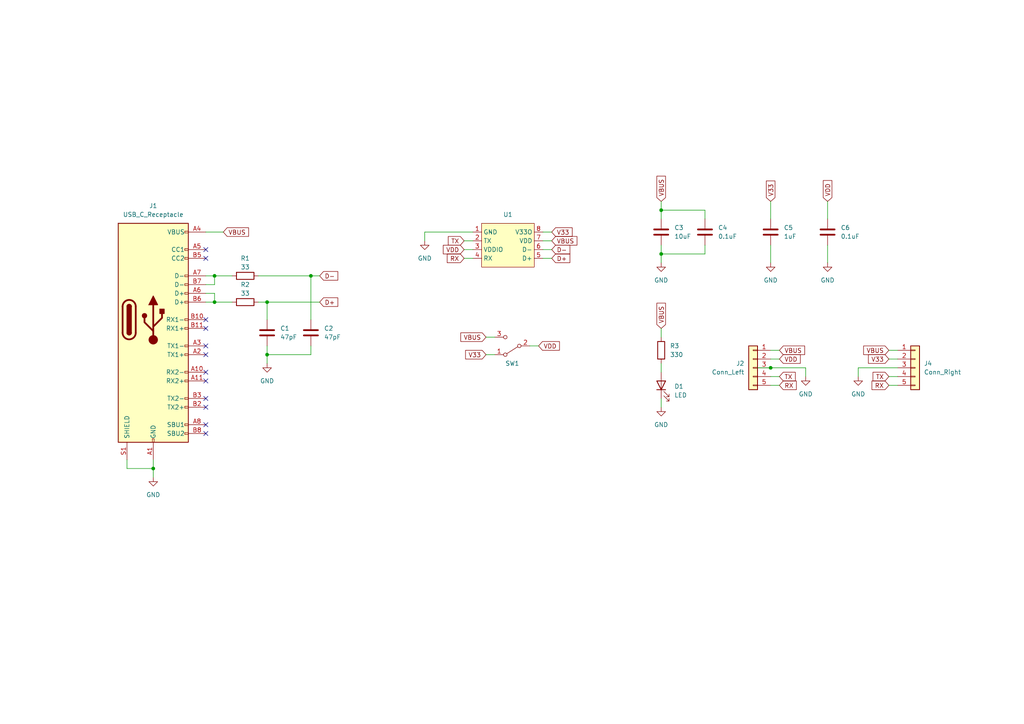
<source format=kicad_sch>
(kicad_sch (version 20230121) (generator eeschema)
  (paper "A4")
  (lib_symbols
    (symbol "Connector:USB_C_Receptacle" (pin_names (offset 1.016))
      (property "Reference" "J" (at -10.16 29.21 0))
      (property "Value" "USB_C_Receptacle" (at 10.16 29.21 0))
      (symbol "USB_C_Receptacle_0_0"
        (rectangle (start -0.254 -35.56) (end 0.254 -34.544))
        (rectangle (start 10.16 -32.766) (end 9.144 -33.274))
        (rectangle (start 10.16 -30.226) (end 9.144 -30.734))
        (rectangle (start 10.16 -25.146) (end 9.144 -25.654))
        (rectangle (start 10.16 -22.606) (end 9.144 -23.114))
        (rectangle (start 10.16 -17.526) (end 9.144 -18.034))
        (rectangle (start 10.16 -14.986) (end 9.144 -15.494))
        (rectangle (start 10.16 -9.906) (end 9.144 -10.414))
        (rectangle (start 10.16 -7.366) (end 9.144 -7.874))
        (rectangle (start 10.16 -2.286) (end 9.144 -2.794))
        (rectangle (start 10.16 0.254) (end 9.144 -0.254))
        (rectangle (start 10.16 5.334) (end 9.144 4.826))
        (rectangle (start 10.16 7.874) (end 9.144 7.366))
        (rectangle (start 10.16 10.414) (end 9.144 9.906))
        (rectangle (start 10.16 12.954) (end 9.144 12.446))
        (rectangle (start 10.16 18.034) (end 9.144 17.526))
        (rectangle (start 10.16 20.574) (end 9.144 20.066))
        (rectangle (start 10.16 25.654) (end 9.144 25.146))
      )
      (symbol "USB_C_Receptacle_0_1"
        (rectangle (start -10.16 27.94) (end 10.16 -35.56) (stroke (width 0.254)) (fill (type background)))
        (arc (start -8.89 -3.81) (mid -6.985 -5.7067) (end -5.08 -3.81) (stroke (width 0.508)))
        (arc (start -7.62 -3.81) (mid -6.985 -4.4423) (end -6.35 -3.81) (stroke (width 0.254)))
        (arc (start -7.62 -3.81) (mid -6.985 -4.4423) (end -6.35 -3.81) (stroke (width 0.254)) (fill (type outline)))
        (rectangle (start -7.62 -3.81) (end -6.35 3.81) (stroke (width 0.254)) (fill (type outline)))
        (arc (start -6.35 3.81) (mid -6.985 4.4423) (end -7.62 3.81) (stroke (width 0.254)))
        (arc (start -6.35 3.81) (mid -6.985 4.4423) (end -7.62 3.81) (stroke (width 0.254)) (fill (type outline)))
        (arc (start -5.08 3.81) (mid -6.985 5.7067) (end -8.89 3.81) (stroke (width 0.508)))
        (polyline (pts (xy -8.89 -3.81) (xy -8.89 3.81)) (stroke (width 0.508)))
        (polyline (pts (xy -5.08 3.81) (xy -5.08 -3.81)) (stroke (width 0.508)))
      )
      (symbol "USB_C_Receptacle_1_1"
        (circle (center -2.54 1.143) (radius 0.635) (stroke (width 0.254)) (fill (type outline)))
        (circle (center 0 -5.842) (radius 1.27) (fill (type outline)))
        (polyline (pts (xy 0 -5.842) (xy 0 4.318)) (stroke (width 0.508)))
        (polyline (pts (xy 0 -3.302) (xy -2.54 -0.762) (xy -2.54 0.508)) (stroke (width 0.508)))
        (polyline (pts (xy 0 -2.032) (xy 2.54 0.508) (xy 2.54 1.778)) (stroke (width 0.508)))
        (polyline (pts (xy -1.27 4.318) (xy 0 6.858) (xy 1.27 4.318) (xy -1.27 4.318)) (stroke (width 0.254)) (fill (type outline)))
        (rectangle (start 1.905 1.778) (end 3.175 3.048) (stroke (width 0.254)) (fill (type outline)))
        (pin passive line (at 0 -40.64 90) (length 5.08) (name "GND") (number "A1"))
        (pin bidirectional line (at 15.24 -15.24 180) (length 5.08) (name "RX2-") (number "A10"))
        (pin bidirectional line (at 15.24 -17.78 180) (length 5.08) (name "RX2+") (number "A11"))
        (pin passive line (at 0 -40.64 90) (length 5.08) hide (name "GND") (number "A12"))
        (pin bidirectional line (at 15.24 -10.16 180) (length 5.08) (name "TX1+") (number "A2"))
        (pin bidirectional line (at 15.24 -7.62 180) (length 5.08) (name "TX1-") (number "A3"))
        (pin passive line (at 15.24 25.4 180) (length 5.08) (name "VBUS") (number "A4"))
        (pin bidirectional line (at 15.24 20.32 180) (length 5.08) (name "CC1") (number "A5"))
        (pin bidirectional line (at 15.24 7.62 180) (length 5.08) (name "D+") (number "A6"))
        (pin bidirectional line (at 15.24 12.7 180) (length 5.08) (name "D-") (number "A7"))
        (pin bidirectional line (at 15.24 -30.48 180) (length 5.08) (name "SBU1") (number "A8"))
        (pin passive line (at 15.24 25.4 180) (length 5.08) hide (name "VBUS") (number "A9"))
        (pin passive line (at 0 -40.64 90) (length 5.08) hide (name "GND") (number "B1"))
        (pin bidirectional line (at 15.24 0 180) (length 5.08) (name "RX1-") (number "B10"))
        (pin bidirectional line (at 15.24 -2.54 180) (length 5.08) (name "RX1+") (number "B11"))
        (pin passive line (at 0 -40.64 90) (length 5.08) hide (name "GND") (number "B12"))
        (pin bidirectional line (at 15.24 -25.4 180) (length 5.08) (name "TX2+") (number "B2"))
        (pin bidirectional line (at 15.24 -22.86 180) (length 5.08) (name "TX2-") (number "B3"))
        (pin passive line (at 15.24 25.4 180) (length 5.08) hide (name "VBUS") (number "B4"))
        (pin bidirectional line (at 15.24 17.78 180) (length 5.08) (name "CC2") (number "B5"))
        (pin bidirectional line (at 15.24 5.08 180) (length 5.08) (name "D+") (number "B6"))
        (pin bidirectional line (at 15.24 10.16 180) (length 5.08) (name "D-") (number "B7"))
        (pin bidirectional line (at 15.24 -33.02 180) (length 5.08) (name "SBU2") (number "B8"))
        (pin passive line (at 15.24 25.4 180) (length 5.08) hide (name "VBUS") (number "B9"))
        (pin passive line (at -7.62 -40.64 90) (length 5.08) (name "SHIELD") (number "S1"))
      )
    )
    (symbol "Connector_Generic:Conn_01x05" (pin_names (offset 1.016) hide)
      (property "Reference" "J" (at 0 7.62 0))
      (property "Value" "Conn_01x05" (at 0 -7.62 0))
      (symbol "Conn_01x05_1_1"
        (rectangle (start -1.27 -4.953) (end 0 -5.207) (stroke (width 0.1524)))
        (rectangle (start -1.27 -2.413) (end 0 -2.667) (stroke (width 0.1524)))
        (rectangle (start -1.27 0.127) (end 0 -0.127) (stroke (width 0.1524)))
        (rectangle (start -1.27 2.667) (end 0 2.413) (stroke (width 0.1524)))
        (rectangle (start -1.27 5.207) (end 0 4.953) (stroke (width 0.1524)))
        (rectangle (start -1.27 6.35) (end 1.27 -6.35) (stroke (width 0.254)) (fill (type background)))
        (pin passive line (at -5.08 5.08 0) (length 3.81) (name "Pin_1") (number "1"))
        (pin passive line (at -5.08 2.54 0) (length 3.81) (name "Pin_2") (number "2"))
        (pin passive line (at -5.08 0 0) (length 3.81) (name "Pin_3") (number "3"))
        (pin passive line (at -5.08 -2.54 0) (length 3.81) (name "Pin_4") (number "4"))
        (pin passive line (at -5.08 -5.08 0) (length 3.81) (name "Pin_5") (number "5"))
      )
    )
    (symbol "Device:C" (pin_numbers hide) (pin_names (offset 0.254))
      (property "Reference" "C" (at 0.635 2.54 0))
      (property "Value" "C" (at 0.635 -2.54 0))
      (symbol "C_0_1"
        (polyline (pts (xy -2.032 -0.762) (xy 2.032 -0.762)) (stroke (width 0.508)))
        (polyline (pts (xy -2.032 0.762) (xy 2.032 0.762)) (stroke (width 0.508)))
      )
      (symbol "C_1_1"
        (pin passive line (at 0 3.81 270) (length 2.794) (name "~") (number "1"))
        (pin passive line (at 0 -3.81 90) (length 2.794) (name "~") (number "2"))
      )
    )
    (symbol "Device:LED" (pin_numbers hide) (pin_names (offset 1.016) hide)
      (property "Reference" "D" (at 0 2.54 0))
      (property "Value" "LED" (at 0 -2.54 0))
      (symbol "LED_0_1"
        (polyline (pts (xy -1.27 -1.27) (xy -1.27 1.27)) (stroke (width 0.254)))
        (polyline (pts (xy -1.27 0) (xy 1.27 0)))
        (polyline (pts (xy 1.27 -1.27) (xy 1.27 1.27) (xy -1.27 0) (xy 1.27 -1.27)) (stroke (width 0.254)))
        (polyline (pts (xy -3.048 -0.762) (xy -4.572 -2.286) (xy -3.81 -2.286) (xy -4.572 -2.286) (xy -4.572 -1.524)))
        (polyline (pts (xy -1.778 -0.762) (xy -3.302 -2.286) (xy -2.54 -2.286) (xy -3.302 -2.286) (xy -3.302 -1.524)))
      )
      (symbol "LED_1_1"
        (pin passive line (at -3.81 0 0) (length 2.54) (name "K") (number "1"))
        (pin passive line (at 3.81 0 180) (length 2.54) (name "A") (number "2"))
      )
    )
    (symbol "Device:R" (pin_numbers hide) (pin_names (offset 0))
      (property "Reference" "R" (at 2.032 0 90))
      (property "Value" "R" (at 0 0 90))
      (symbol "R_0_1"
        (rectangle (start -1.016 -2.54) (end 1.016 2.54) (stroke (width 0.254)))
      )
      (symbol "R_1_1"
        (pin passive line (at 0 3.81 270) (length 1.27) (name "~") (number "1"))
        (pin passive line (at 0 -3.81 90) (length 1.27) (name "~") (number "2"))
      )
    )
    (symbol "Switch:SW_SPDT" (pin_names (offset 0) hide)
      (property "Reference" "SW" (at 0 4.318 0))
      (property "Value" "SW_SPDT" (at 0 -5.08 0))
      (symbol "SW_SPDT_0_0"
        (circle (center -2.032 0) (radius 0.508))
        (circle (center 2.032 -2.54) (radius 0.508))
      )
      (symbol "SW_SPDT_0_1"
        (polyline (pts (xy -1.524 0.254) (xy 1.651 2.286)))
        (circle (center 2.032 2.54) (radius 0.508))
      )
      (symbol "SW_SPDT_1_1"
        (pin passive line (at 5.08 2.54 180) (length 2.54) (name "A") (number "1"))
        (pin passive line (at -5.08 0 0) (length 2.54) (name "B") (number "2"))
        (pin passive line (at 5.08 -2.54 180) (length 2.54) (name "C") (number "3"))
      )
    )
    (symbol "components_local:HT42B534"
      (property "Reference" "U" (at 0 0 0))
      (symbol "HT42B534_1_1"
        (rectangle (start -7.62 6.35) (end 7.62 -6.35) (fill (type background)))
        (pin bidirectional line (at -10.16 3.81 0) (length 2.54) (name "GND") (number "1"))
        (pin bidirectional line (at -10.16 1.27 0) (length 2.54) (name "TX") (number "2"))
        (pin bidirectional line (at -10.16 -1.27 0) (length 2.54) (name "VDDIO") (number "3"))
        (pin bidirectional line (at -10.16 -3.81 0) (length 2.54) (name "RX") (number "4"))
        (pin bidirectional line (at 10.16 -3.81 180) (length 2.54) (name "D+") (number "5"))
        (pin bidirectional line (at 10.16 -1.27 180) (length 2.54) (name "D-") (number "6"))
        (pin bidirectional line (at 10.16 1.27 180) (length 2.54) (name "VDD") (number "7"))
        (pin bidirectional line (at 10.16 3.81 180) (length 2.54) (name "V33O") (number "8"))
      )
    )
    (symbol "power:GND" (power) (pin_names (offset 0))
      (property "Value" "GND" (at 0 -3.81 0))
      (symbol "GND_0_1"
        (polyline (pts (xy 0 0) (xy 0 -1.27) (xy 1.27 -1.27) (xy 0 -2.54) (xy -1.27 -1.27) (xy 0 -1.27)))
      )
      (symbol "GND_1_1"
        (pin power_in line (at 0 0 270) (length 0) hide (name "GND") (number "1"))
      )
    )
  )
  (junction (at 62.23 80.01))
  (junction (at 223.52 106.68))
  (junction (at 62.23 87.63))
  (junction (at 77.47 102.87))
  (junction (at 77.47 87.63))
  (junction (at 90.17 80.01))
  (junction (at 44.45 135.89))
  (junction (at 191.77 73.66))
  (junction (at 191.77 60.96))
  (no_connect (at 59.69 123.19))
  (no_connect (at 59.69 102.87))
  (no_connect (at 59.69 110.49))
  (no_connect (at 59.69 95.25))
  (no_connect (at 59.69 118.11))
  (no_connect (at 59.69 92.71))
  (no_connect (at 59.69 74.93))
  (no_connect (at 59.69 115.57))
  (no_connect (at 59.69 107.95))
  (no_connect (at 59.69 100.33))
  (no_connect (at 59.69 72.39))
  (no_connect (at 59.69 125.73))
  (wire (pts (xy 157.48 69.85) (xy 160.02 69.85)))
  (wire (pts (xy 77.47 102.87) (xy 77.47 105.41)))
  (wire (pts (xy 36.83 133.35) (xy 36.83 135.89)))
  (wire (pts (xy 157.48 74.93) (xy 160.02 74.93)))
  (wire (pts (xy 134.62 72.39) (xy 137.16 72.39)))
  (wire (pts (xy 223.52 109.22) (xy 226.06 109.22)))
  (wire (pts (xy 59.69 82.55) (xy 62.23 82.55)))
  (wire (pts (xy 223.52 104.14) (xy 226.06 104.14)))
  (wire (pts (xy 257.81 109.22) (xy 260.35 109.22)))
  (wire (pts (xy 44.45 133.35) (xy 44.45 135.89)))
  (wire (pts (xy 223.52 71.12) (xy 223.52 76.2)))
  (wire (pts (xy 191.77 58.42) (xy 191.77 60.96)))
  (wire (pts (xy 223.52 101.6) (xy 226.06 101.6)))
  (wire (pts (xy 59.69 87.63) (xy 62.23 87.63)))
  (wire (pts (xy 240.03 71.12) (xy 240.03 76.2)))
  (wire (pts (xy 233.68 106.68) (xy 233.68 109.22)))
  (wire (pts (xy 77.47 87.63) (xy 92.71 87.63)))
  (wire (pts (xy 143.51 102.87) (xy 140.97 102.87)))
  (wire (pts (xy 77.47 87.63) (xy 77.47 92.71)))
  (wire (pts (xy 191.77 105.41) (xy 191.77 107.95)))
  (wire (pts (xy 62.23 85.09) (xy 62.23 87.63)))
  (wire (pts (xy 134.62 74.93) (xy 137.16 74.93)))
  (wire (pts (xy 204.47 60.96) (xy 204.47 63.5)))
  (wire (pts (xy 59.69 67.31) (xy 64.77 67.31)))
  (wire (pts (xy 191.77 73.66) (xy 191.77 76.2)))
  (wire (pts (xy 134.62 69.85) (xy 137.16 69.85)))
  (wire (pts (xy 90.17 80.01) (xy 92.71 80.01)))
  (wire (pts (xy 62.23 87.63) (xy 67.31 87.63)))
  (wire (pts (xy 191.77 95.25) (xy 191.77 97.79)))
  (wire (pts (xy 248.92 106.68) (xy 248.92 109.22)))
  (wire (pts (xy 77.47 100.33) (xy 77.47 102.87)))
  (wire (pts (xy 223.52 58.42) (xy 223.52 63.5)))
  (wire (pts (xy 123.19 67.31) (xy 123.19 69.85)))
  (wire (pts (xy 36.83 135.89) (xy 44.45 135.89)))
  (wire (pts (xy 157.48 72.39) (xy 160.02 72.39)))
  (wire (pts (xy 257.81 111.76) (xy 260.35 111.76)))
  (wire (pts (xy 248.92 106.68) (xy 260.35 106.68)))
  (wire (pts (xy 62.23 82.55) (xy 62.23 80.01)))
  (wire (pts (xy 77.47 87.63) (xy 74.93 87.63)))
  (wire (pts (xy 157.48 67.31) (xy 160.02 67.31)))
  (wire (pts (xy 59.69 85.09) (xy 62.23 85.09)))
  (wire (pts (xy 62.23 80.01) (xy 67.31 80.01)))
  (wire (pts (xy 59.69 80.01) (xy 62.23 80.01)))
  (wire (pts (xy 137.16 67.31) (xy 123.19 67.31)))
  (wire (pts (xy 90.17 102.87) (xy 90.17 100.33)))
  (wire (pts (xy 191.77 60.96) (xy 191.77 63.5)))
  (wire (pts (xy 44.45 135.89) (xy 44.45 138.43)))
  (wire (pts (xy 191.77 115.57) (xy 191.77 118.11)))
  (wire (pts (xy 77.47 102.87) (xy 90.17 102.87)))
  (wire (pts (xy 90.17 80.01) (xy 90.17 92.71)))
  (wire (pts (xy 257.81 104.14) (xy 260.35 104.14)))
  (wire (pts (xy 143.51 97.79) (xy 140.97 97.79)))
  (wire (pts (xy 156.21 100.33) (xy 153.67 100.33)))
  (wire (pts (xy 191.77 71.12) (xy 191.77 73.66)))
  (wire (pts (xy 219.71 106.68) (xy 223.52 106.68)))
  (wire (pts (xy 191.77 60.96) (xy 204.47 60.96)))
  (wire (pts (xy 240.03 58.42) (xy 240.03 63.5)))
  (wire (pts (xy 204.47 73.66) (xy 204.47 71.12)))
  (wire (pts (xy 257.81 101.6) (xy 260.35 101.6)))
  (wire (pts (xy 223.52 111.76) (xy 226.06 111.76)))
  (wire (pts (xy 74.93 80.01) (xy 90.17 80.01)))
  (wire (pts (xy 223.52 106.68) (xy 233.68 106.68)))
  (wire (pts (xy 191.77 73.66) (xy 204.47 73.66)))
  (global_label "VBUS" (shape input) (at 257.81 101.6 180) (property "Intersheetrefs" "${INTERSHEET_REFS}" (effects hide)))
  (global_label "D-" (shape input) (at 92.71 80.01 0) (property "Intersheetrefs" "${INTERSHEET_REFS}" (effects hide)))
  (global_label "VBUS" (shape input) (at 160.02 69.85 0) (property "Intersheetrefs" "${INTERSHEET_REFS}" (effects hide)))
  (global_label "VBUS" (shape input) (at 191.77 95.25 90) (property "Intersheetrefs" "${INTERSHEET_REFS}" (effects hide)))
  (global_label "VDD" (shape input) (at 156.21 100.33 0) (property "Intersheetrefs" "${INTERSHEET_REFS}" (effects hide)))
  (global_label "RX" (shape input) (at 226.06 111.76 0) (property "Intersheetrefs" "${INTERSHEET_REFS}" (effects hide)))
  (global_label "D-" (shape input) (at 160.02 72.39 0) (property "Intersheetrefs" "${INTERSHEET_REFS}" (effects hide)))
  (global_label "RX" (shape input) (at 257.81 111.76 180) (property "Intersheetrefs" "${INTERSHEET_REFS}" (effects hide)))
  (global_label "VDD" (shape input) (at 240.03 58.42 90) (property "Intersheetrefs" "${INTERSHEET_REFS}" (effects hide)))
  (global_label "V33" (shape input) (at 140.97 102.87 180) (property "Intersheetrefs" "${INTERSHEET_REFS}" (effects hide)))
  (global_label "TX" (shape input) (at 257.81 109.22 180) (property "Intersheetrefs" "${INTERSHEET_REFS}" (effects hide)))
  (global_label "V33" (shape input) (at 257.81 104.14 180) (property "Intersheetrefs" "${INTERSHEET_REFS}" (effects hide)))
  (global_label "TX" (shape input) (at 226.06 109.22 0) (property "Intersheetrefs" "${INTERSHEET_REFS}" (effects hide)))
  (global_label "VBUS" (shape input) (at 140.97 97.79 180) (property "Intersheetrefs" "${INTERSHEET_REFS}" (effects hide)))
  (global_label "VBUS" (shape input) (at 226.06 101.6 0) (property "Intersheetrefs" "${INTERSHEET_REFS}" (effects hide)))
  (global_label "V33" (shape input) (at 223.52 58.42 90) (property "Intersheetrefs" "${INTERSHEET_REFS}" (effects hide)))
  (global_label "D+" (shape input) (at 160.02 74.93 0) (property "Intersheetrefs" "${INTERSHEET_REFS}" (effects hide)))
  (global_label "VDD" (shape input) (at 134.62 72.39 180) (property "Intersheetrefs" "${INTERSHEET_REFS}" (effects hide)))
  (global_label "VBUS" (shape input) (at 64.77 67.31 0) (property "Intersheetrefs" "${INTERSHEET_REFS}" (effects hide)))
  (global_label "RX" (shape input) (at 134.62 74.93 180) (property "Intersheetrefs" "${INTERSHEET_REFS}" (effects hide)))
  (global_label "VBUS" (shape input) (at 191.77 58.42 90) (property "Intersheetrefs" "${INTERSHEET_REFS}" (effects hide)))
  (global_label "D+" (shape input) (at 92.71 87.63 0) (property "Intersheetrefs" "${INTERSHEET_REFS}" (effects hide)))
  (global_label "VDD" (shape input) (at 226.06 104.14 0) (property "Intersheetrefs" "${INTERSHEET_REFS}" (effects hide)))
  (global_label "V33" (shape input) (at 160.02 67.31 0) (property "Intersheetrefs" "${INTERSHEET_REFS}" (effects hide)))
  (global_label "TX" (shape input) (at 134.62 69.85 180) (property "Intersheetrefs" "${INTERSHEET_REFS}" (effects hide)))
  (symbol (lib_id "power:GND") (at 123.19 69.85 0) (unit 1)
    (property "Reference" "#PWR03" (effects hide))
    (property "Value" "GND" (at 123.19 74.93 0))
  )
  (symbol (lib_id "Device:R") (at 191.77 101.6 0) (unit 1)
    (property "Reference" "R3" (at 194.31 100.33 0) (effects (justify left)))
    (property "Value" "330" (at 194.31 102.87 0) (effects (justify left)))
    (property "Footprint" "Resistor_SMD:R_0402_1005Metric" (effects hide))
    (property "LCSC" "C25104" (effects hide))
  )
  (symbol (lib_id "Connector:USB_C_Receptacle") (at 44.45 92.71 0) (unit 1)
    (property "Reference" "J1" (at 44.45 59.69 0))
    (property "Value" "USB_C_Receptacle" (at 44.45 62.23 0))
    (property "Footprint" "Connector_USB:USB_C_Receptacle_G-Switch_GT-USB-7010ASV" (effects hide))
    (property "Datasheet" "https://www.usb.org/sites/default/files/documents/usb_type-c.zip" (effects hide))
    (property "LCSC" "C2988369" (effects hide))
  )
  (symbol (lib_id "Device:C") (at 204.47 67.31 0) (unit 1)
    (property "Reference" "C4" (at 208.28 66.04 0) (effects (justify left)))
    (property "Value" "0.1uF" (at 208.28 68.58 0) (effects (justify left)))
    (property "Footprint" "Capacitor_SMD:C_0402_1005Metric" (effects hide))
    (property "LCSC" "C1525" (effects hide))
  )
  (symbol (lib_id "power:GND") (at 77.47 105.41 0) (unit 1)
    (property "Reference" "#PWR02" (effects hide))
    (property "Value" "GND" (at 77.47 110.49 0))
  )
  (symbol (lib_id "Device:R") (at 71.12 87.63 90) (unit 1)
    (property "Reference" "R2" (at 71.12 82.55 90))
    (property "Value" "33" (at 71.12 85.09 90))
    (property "Footprint" "Resistor_SMD:R_0402_1005Metric" (effects hide))
    (property "LCSC" "C25105" (effects hide))
  )
  (symbol (lib_id "power:GND") (at 233.68 109.22 0) (unit 1)
    (property "Reference" "#PWR07" (effects hide))
    (property "Value" "GND" (at 233.68 114.3 0))
  )
  (symbol (lib_id "Device:LED") (at 191.77 111.76 90) (unit 1)
    (property "Reference" "D1" (at 195.58 112.0775 90) (effects (justify right)))
    (property "Value" "LED" (at 195.58 114.6175 90) (effects (justify right)))
    (property "Footprint" "LED_SMD:LED_0402_1005Metric" (effects hide))
    (property "LCSC" "C434449" (effects hide))
  )
  (symbol (lib_id "Connector_Generic:Conn_01x05") (at 265.43 106.68 0) (unit 1) (in_bom no)
    (property "Reference" "J4" (at 267.97 105.41 0) (effects (justify left)))
    (property "Value" "Conn_Right" (at 267.97 107.95 0) (effects (justify left)))
    (property "Footprint" "footprints:Conn_1x05" (effects hide))
  )
  (symbol (lib_id "Device:R") (at 71.12 80.01 90) (unit 1)
    (property "Reference" "R1" (at 71.12 74.93 90))
    (property "Value" "33" (at 71.12 77.47 90))
    (property "Footprint" "Resistor_SMD:R_0402_1005Metric" (effects hide))
    (property "LCSC" "C25105" (effects hide))
  )
  (symbol (lib_id "Connector_Generic:Conn_01x05") (at 218.44 106.68 0) (mirror y) (unit 1) (in_bom no)
    (property "Reference" "J2" (at 215.9 105.41 0) (effects (justify left)))
    (property "Value" "Conn_Left" (at 215.9 107.95 0) (effects (justify left)))
    (property "Footprint" "footprints:Conn_1x05" (effects hide))
  )
  (symbol (lib_id "power:GND") (at 248.92 109.22 0) (unit 1)
    (property "Reference" "#PWR09" (effects hide))
    (property "Value" "GND" (at 248.92 114.3 0))
  )
  (symbol (lib_id "Device:C") (at 240.03 67.31 0) (unit 1)
    (property "Reference" "C6" (at 243.84 66.04 0) (effects (justify left)))
    (property "Value" "0.1uF" (at 243.84 68.58 0) (effects (justify left)))
    (property "Footprint" "Capacitor_SMD:C_0402_1005Metric" (effects hide))
    (property "LCSC" "C1525" (effects hide))
  )
  (symbol (lib_id "Switch:SW_SPDT") (at 148.59 100.33 180) (unit 1)
    (property "Reference" "SW1" (at 148.59 105.41 0))
    (property "Value" "SW_SPDT" (effects hide))
    (property "Footprint" "footprints:MSS12C02" (effects hide))
    (property "LCSC" "C3008585" (effects hide))
  )
  (symbol (lib_id "components_local:HT42B534") (at 147.32 71.12 0) (unit 1)
    (property "Reference" "U1" (at 147.32 62.23 0))
    (property "Value" "~" (at 142.24 67.31 0))
    (property "Footprint" "Package_SO:SO-8_3.9x4.9mm_P1.27mm" (effects hide))
    (property "LCSC" "C493294" (effects hide))
  )
  (symbol (lib_id "Device:C") (at 223.52 67.31 0) (unit 1)
    (property "Reference" "C5" (at 227.33 66.04 0) (effects (justify left)))
    (property "Value" "1uF" (at 227.33 68.58 0) (effects (justify left)))
    (property "Footprint" "Capacitor_SMD:C_0402_1005Metric" (effects hide))
    (property "LCSC" "C52923" (effects hide))
  )
  (symbol (lib_id "power:GND") (at 240.03 76.2 0) (unit 1)
    (property "Reference" "#PWR08" (effects hide))
    (property "Value" "GND" (at 240.03 81.28 0))
  )
  (symbol (lib_id "power:GND") (at 44.45 138.43 0) (unit 1)
    (property "Reference" "#PWR01" (effects hide))
    (property "Value" "GND" (at 44.45 143.51 0))
  )
  (symbol (lib_id "power:GND") (at 191.77 118.11 0) (unit 1)
    (property "Reference" "#PWR05" (effects hide))
    (property "Value" "GND" (at 191.77 123.19 0))
  )
  (symbol (lib_id "Device:C") (at 77.47 96.52 0) (unit 1)
    (property "Reference" "C1" (at 81.28 95.25 0) (effects (justify left)))
    (property "Value" "47pF" (at 81.28 97.79 0) (effects (justify left)))
    (property "Footprint" "Capacitor_SMD:C_0402_1005Metric" (effects hide))
    (property "LCSC" "C1567" (effects hide))
  )
  (symbol (lib_id "power:GND") (at 191.77 76.2 0) (unit 1)
    (property "Reference" "#PWR04" (effects hide))
    (property "Value" "GND" (at 191.77 81.28 0))
  )
  (symbol (lib_id "Device:C") (at 90.17 96.52 0) (unit 1)
    (property "Reference" "C2" (at 93.98 95.25 0) (effects (justify left)))
    (property "Value" "47pF" (at 93.98 97.79 0) (effects (justify left)))
    (property "Footprint" "Capacitor_SMD:C_0402_1005Metric" (effects hide))
    (property "LCSC" "C1567" (effects hide))
  )
  (symbol (lib_id "power:GND") (at 223.52 76.2 0) (unit 1)
    (property "Reference" "#PWR06" (effects hide))
    (property "Value" "GND" (at 223.52 81.28 0))
  )
  (symbol (lib_id "Device:C") (at 191.77 67.31 0) (unit 1)
    (property "Reference" "C3" (at 195.58 66.04 0) (effects (justify left)))
    (property "Value" "10uF" (at 195.58 68.58 0) (effects (justify left)))
    (property "Footprint" "Capacitor_SMD:C_0402_1005Metric" (effects hide))
    (property "LCSC" "C15525" (effects hide))
  )
)
</source>
